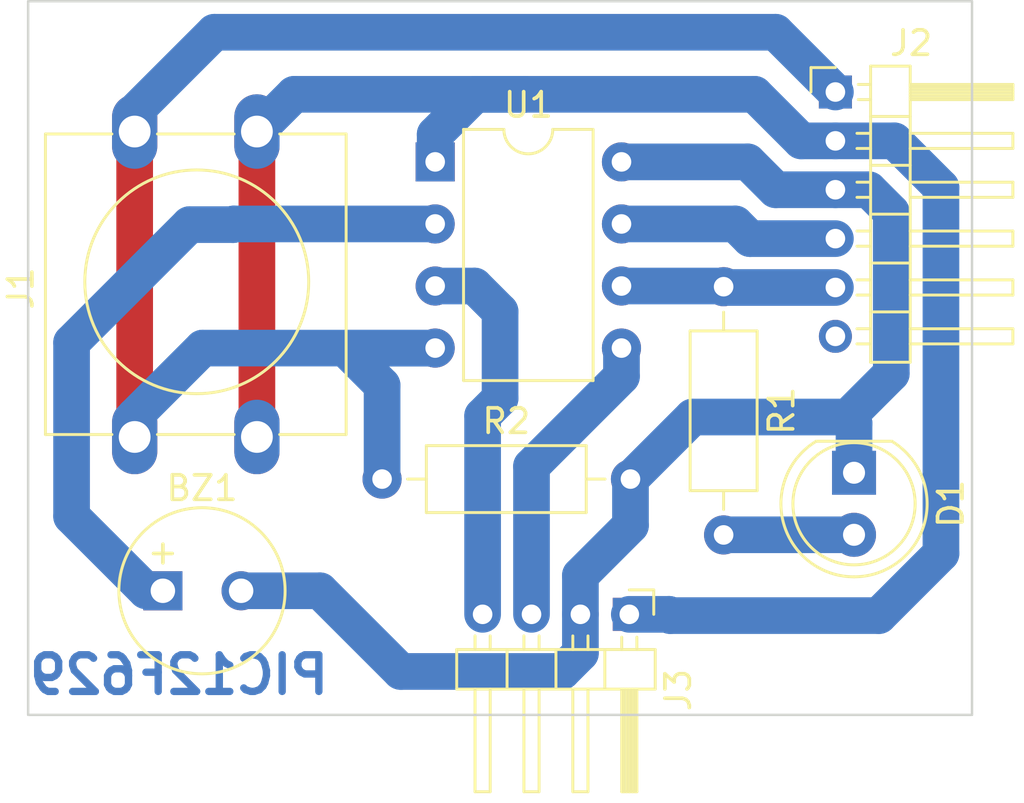
<source format=kicad_pcb>
(kicad_pcb (version 20221018) (generator pcbnew)
  (layers (0 "F.Cu" signal) (31 "B.Cu" signal) (34 "B.Paste" user) (35 "F.Paste" user) (36 "B.SilkS" user "B.Silkscreen") (37 "F.SilkS" user "F.Silkscreen") (38 "B.Mask" user) (39 "F.Mask" user) (44 "Edge.Cuts" user))
  (net 0 "")
  (net 1 "Net-(BZ1--)")
  (net 2 "GND")
  (net 3 "Net-(D1-A)")
  (net 4 "+5V")
  (net 5 "MCLR")
  (net 6 "ICSPDAT")
  (net 7 "ICSPCLK")
  (net 9 "RX")
  (net 10 "TX")
  (footprint "Connector_PinHeader_2.00mm:PinHeader_1x06_P2.00mm_Horizontal" (layer "F.Cu") (at 158.496 66.454)
    (fp_text reference "J2" (at 3.1 -2) (layer "F.SilkS"))
    (fp_text value "pickit")
    (fp_line (start -1 -1) (end 0 -1) (stroke (width 0.12)) (layer "F.SilkS"))
    (fp_line (start -1 0) (end -1 -1) (stroke (width 0.12)) (layer "F.SilkS"))
    (fp_line (start 0.882114 1.69) (end 1.44 1.69) (stroke (width 0.12)) (layer "F.SilkS"))
    (fp_line (start 0.882114 2.31) (end 1.44 2.31) (stroke (width 0.12)) (layer "F.SilkS"))
    (fp_line (start 0.882114 3.69) (end 1.44 3.69) (stroke (width 0.12)) (layer "F.SilkS"))
    (fp_line (start 0.882114 4.31) (end 1.44 4.31) (stroke (width 0.12)) (layer "F.SilkS"))
    (fp_line (start 0.882114 5.69) (end 1.44 5.69) (stroke (width 0.12)) (layer "F.SilkS"))
    (fp_line (start 0.882114 6.31) (end 1.44 6.31) (stroke (width 0.12)) (layer "F.SilkS"))
    (fp_line (start 0.882114 7.69) (end 1.44 7.69) (stroke (width 0.12)) (layer "F.SilkS"))
    (fp_line (start 0.882114 8.31) (end 1.44 8.31) (stroke (width 0.12)) (layer "F.SilkS"))
    (fp_line (start 0.882114 9.69) (end 1.44 9.69) (stroke (width 0.12)) (layer "F.SilkS"))
    (fp_line (start 0.882114 10.31) (end 1.44 10.31) (stroke (width 0.12)) (layer "F.SilkS"))
    (fp_line (start 0.935 -0.31) (end 1.44 -0.31) (stroke (width 0.12)) (layer "F.SilkS"))
    (fp_line (start 0.935 0.31) (end 1.44 0.31) (stroke (width 0.12)) (layer "F.SilkS"))
    (fp_line (start 1.44 -1.06) (end 1.44 11.06) (stroke (width 0.12)) (layer "F.SilkS"))
    (fp_line (start 1.44 1) (end 3.06 1) (stroke (width 0.12)) (layer "F.SilkS"))
    (fp_line (start 1.44 3) (end 3.06 3) (stroke (width 0.12)) (layer "F.SilkS"))
    (fp_line (start 1.44 5) (end 3.06 5) (stroke (width 0.12)) (layer "F.SilkS"))
    (fp_line (start 1.44 7) (end 3.06 7) (stroke (width 0.12)) (layer "F.SilkS"))
    (fp_line (start 1.44 9) (end 3.06 9) (stroke (width 0.12)) (layer "F.SilkS"))
    (fp_line (start 1.44 11.06) (end 3.06 11.06) (stroke (width 0.12)) (layer "F.SilkS"))
    (fp_line (start 3.06 -1.06) (end 1.44 -1.06) (stroke (width 0.12)) (layer "F.SilkS"))
    (fp_line (start 3.06 -0.31) (end 7.26 -0.31) (stroke (width 0.12)) (layer "F.SilkS"))
    (fp_line (start 3.06 -0.25) (end 7.26 -0.25) (stroke (width 0.12)) (layer "F.SilkS"))
    (fp_line (start 3.06 -0.13) (end 7.26 -0.13) (stroke (width 0.12)) (layer "F.SilkS"))
    (fp_line (start 3.06 -0.01) (end 7.26 -0.01) (stroke (width 0.12)) (layer "F.SilkS"))
    (fp_line (start 3.06 0.11) (end 7.26 0.11) (stroke (width 0.12)) (layer "F.SilkS"))
    (fp_line (start 3.06 0.23) (end 7.26 0.23) (stroke (width 0.12)) (layer "F.SilkS"))
    (fp_line (start 3.06 1.69) (end 7.26 1.69) (stroke (width 0.12)) (layer "F.SilkS"))
    (fp_line (start 3.06 3.69) (end 7.26 3.69) (stroke (width 0.12)) (layer "F.SilkS"))
    (fp_line (start 3.06 5.69) (end 7.26 5.69) (stroke (width 0.12)) (layer "F.SilkS"))
    (fp_line (start 3.06 7.69) (end 7.26 7.69) (stroke (width 0.12)) (layer "F.SilkS"))
    (fp_line (start 3.06 9.69) (end 7.26 9.69) (stroke (width 0.12)) (layer "F.SilkS"))
    (fp_line (start 3.06 11.06) (end 3.06 -1.06) (stroke (width 0.12)) (layer "F.SilkS"))
    (fp_line (start 7.26 -0.31) (end 7.26 0.31) (stroke (width 0.12)) (layer "F.SilkS"))
    (fp_line (start 7.26 0.31) (end 3.06 0.31) (stroke (width 0.12)) (layer "F.SilkS"))
    (fp_line (start 7.26 1.69) (end 7.26 2.31) (stroke (width 0.12)) (layer "F.SilkS"))
    (fp_line (start 7.26 2.31) (end 3.06 2.31) (stroke (width 0.12)) (layer "F.SilkS"))
    (fp_line (start 7.26 3.69) (end 7.26 4.31) (stroke (width 0.12)) (layer "F.SilkS"))
    (fp_line (start 7.26 4.31) (end 3.06 4.31) (stroke (width 0.12)) (layer "F.SilkS"))
    (fp_line (start 7.26 5.69) (end 7.26 6.31) (stroke (width 0.12)) (layer "F.SilkS"))
    (fp_line (start 7.26 6.31) (end 3.06 6.31) (stroke (width 0.12)) (layer "F.SilkS"))
    (fp_line (start 7.26 7.69) (end 7.26 8.31) (stroke (width 0.12)) (layer "F.SilkS"))
    (fp_line (start 7.26 8.31) (end 3.06 8.31) (stroke (width 0.12)) (layer "F.SilkS"))
    (fp_line (start 7.26 9.69) (end 7.26 10.31) (stroke (width 0.12)) (layer "F.SilkS"))
    (fp_line (start 7.26 10.31) (end 3.06 10.31) (stroke (width 0.12)) (layer "F.SilkS"))
    (pad "1" thru_hole rect (at 0 0) (size 1.35 1.35) (drill 0.8) (layers "*.Cu" "*.Mask") (net 5 "MCLR"))
    (pad "2" thru_hole oval (at 0 2) (size 1.35 1.35) (drill 0.8) (layers "*.Cu" "*.Mask") (net 4 "+5V"))
    (pad "3" thru_hole oval (at 0 4) (size 1.35 1.35) (drill 0.8) (layers "*.Cu" "*.Mask") (net 2 "GND"))
    (pad "4" thru_hole oval (at 0 6) (size 1.35 1.35) (drill 0.8) (layers "*.Cu" "*.Mask") (net 6 "ICSPDAT"))
    (pad "5" thru_hole oval (at 0 8) (size 1.35 1.35) (drill 0.8) (layers "*.Cu" "*.Mask") (net 7 "ICSPCLK"))
    (pad "6" thru_hole oval (at 0 10) (size 1.35 1.35) (drill 0.8) (layers "*.Cu" "*.Mask"))
  )
  (footprint "Buzzer_Beeper:MagneticBuzzer_Kingstate_KCG0601" (layer "F.Cu") (at 130.988 86.868)
    (fp_text reference "BZ1" (at 1.6 -4.2) (layer "F.SilkS"))
    (fp_text value "Buzzer")
    (fp_text user "+" (at 0 -1.6) (layer "F.SilkS"))
    (fp_circle (center 1.6 0) (end 5 0) (stroke (width 0.12)) (fill none) (layer "F.SilkS"))
    (pad "1" thru_hole rect (at 0 0) (size 1.6 1.6) (drill 1) (layers "*.Cu" "*.Mask") (net 1 "Net-(BZ1--)"))
    (pad "2" thru_hole circle (at 3.2 0) (size 1.6 1.6) (drill 1) (layers "*.Cu" "*.Mask") (net 2 "GND"))
  )
  (footprint "Resistor_THT:R_Axial_DIN0207_L6.3mm_D2.5mm_P10.16mm_Horizontal" (layer "F.Cu") (at 139.954 82.296)
    (fp_text reference "R2" (at 5.08 -2.37) (layer "F.SilkS"))
    (fp_text value "R")
    (fp_line (start 1.04 0) (end 1.81 0) (stroke (width 0.12)) (layer "F.SilkS"))
    (fp_line (start 1.81 -1.37) (end 1.81 1.37) (stroke (width 0.12)) (layer "F.SilkS"))
    (fp_line (start 1.81 1.37) (end 8.35 1.37) (stroke (width 0.12)) (layer "F.SilkS"))
    (fp_line (start 8.35 -1.37) (end 1.81 -1.37) (stroke (width 0.12)) (layer "F.SilkS"))
    (fp_line (start 8.35 1.37) (end 8.35 -1.37) (stroke (width 0.12)) (layer "F.SilkS"))
    (fp_line (start 9.12 0) (end 8.35 0) (stroke (width 0.12)) (layer "F.SilkS"))
    (pad "1" thru_hole circle (at 0 0) (size 1.6 1.6) (drill 0.8) (layers "*.Cu" "*.Mask") (net 5 "MCLR"))
    (pad "2" thru_hole oval (at 10.16 0) (size 1.6 1.6) (drill 0.8) (layers "*.Cu" "*.Mask") (net 2 "GND"))
  )
  (footprint "Package_DIP:DIP-8_W7.62mm" (layer "F.Cu") (at 142.126 69.314)
    (fp_text reference "U1" (at 3.81 -2.33) (layer "F.SilkS"))
    (fp_text value "PIC12F629-ISN")
    (fp_line (start 1.16 -1.33) (end 1.16 8.95) (stroke (width 0.12)) (layer "F.SilkS"))
    (fp_line (start 1.16 8.95) (end 6.46 8.95) (stroke (width 0.12)) (layer "F.SilkS"))
    (fp_line (start 2.81 -1.33) (end 1.16 -1.33) (stroke (width 0.12)) (layer "F.SilkS"))
    (fp_line (start 6.46 -1.33) (end 4.81 -1.33) (stroke (width 0.12)) (layer "F.SilkS"))
    (fp_line (start 6.46 8.95) (end 6.46 -1.33) (stroke (width 0.12)) (layer "F.SilkS"))
    (fp_arc (start 4.81 -1.33) (mid 3.81 -0.33) (end 2.81 -1.33) (stroke (width 0.12)) (layer "F.SilkS"))
    (pad "1" thru_hole rect (at 0 0) (size 1.6 1.6) (drill 0.8) (layers "*.Cu" "*.Mask") (net 4 "+5V"))
    (pad "2" thru_hole oval (at 0 2.54) (size 1.6 1.6) (drill 0.8) (layers "*.Cu" "*.Mask") (net 1 "Net-(BZ1--)"))
    (pad "3" thru_hole oval (at 0 5.08) (size 1.6 1.6) (drill 0.8) (layers "*.Cu" "*.Mask") (net 10 "TX"))
    (pad "4" thru_hole oval (at 0 7.62) (size 1.6 1.6) (drill 0.8) (layers "*.Cu" "*.Mask") (net 5 "MCLR"))
    (pad "5" thru_hole oval (at 7.62 7.62) (size 1.6 1.6) (drill 0.8) (layers "*.Cu" "*.Mask") (net 9 "RX"))
    (pad "6" thru_hole oval (at 7.62 5.08) (size 1.6 1.6) (drill 0.8) (layers "*.Cu" "*.Mask") (net 7 "ICSPCLK"))
    (pad "7" thru_hole oval (at 7.62 2.54) (size 1.6 1.6) (drill 0.8) (layers "*.Cu" "*.Mask") (net 6 "ICSPDAT"))
    (pad "8" thru_hole oval (at 7.62 0) (size 1.6 1.6) (drill 0.8) (layers "*.Cu" "*.Mask") (net 2 "GND"))
  )
  (footprint "Connector_PinHeader_2.00mm:PinHeader_1x04_P2.00mm_Horizontal" (layer "F.Cu") (at 150.066 87.832 -90)
    (fp_text reference "J3" (at 3.1 -2 90) (layer "F.SilkS"))
    (fp_text value "uart")
    (fp_line (start -1 -1) (end 0 -1) (stroke (width 0.12)) (layer "F.SilkS"))
    (fp_line (start -1 0) (end -1 -1) (stroke (width 0.12)) (layer "F.SilkS"))
    (fp_line (start 0.882114 1.69) (end 1.44 1.69) (stroke (width 0.12)) (layer "F.SilkS"))
    (fp_line (start 0.882114 2.31) (end 1.44 2.31) (stroke (width 0.12)) (layer "F.SilkS"))
    (fp_line (start 0.882114 3.69) (end 1.44 3.69) (stroke (width 0.12)) (layer "F.SilkS"))
    (fp_line (start 0.882114 4.31) (end 1.44 4.31) (stroke (width 0.12)) (layer "F.SilkS"))
    (fp_line (start 0.882114 5.69) (end 1.44 5.69) (stroke (width 0.12)) (layer "F.SilkS"))
    (fp_line (start 0.882114 6.31) (end 1.44 6.31) (stroke (width 0.12)) (layer "F.SilkS"))
    (fp_line (start 0.935 -0.31) (end 1.44 -0.31) (stroke (width 0.12)) (layer "F.SilkS"))
    (fp_line (start 0.935 0.31) (end 1.44 0.31) (stroke (width 0.12)) (layer "F.SilkS"))
    (fp_line (start 1.44 -1.06) (end 1.44 7.06) (stroke (width 0.12)) (layer "F.SilkS"))
    (fp_line (start 1.44 1) (end 3.06 1) (stroke (width 0.12)) (layer "F.SilkS"))
    (fp_line (start 1.44 3) (end 3.06 3) (stroke (width 0.12)) (layer "F.SilkS"))
    (fp_line (start 1.44 5) (end 3.06 5) (stroke (width 0.12)) (layer "F.SilkS"))
    (fp_line (start 1.44 7.06) (end 3.06 7.06) (stroke (width 0.12)) (layer "F.SilkS"))
    (fp_line (start 3.06 -1.06) (end 1.44 -1.06) (stroke (width 0.12)) (layer "F.SilkS"))
    (fp_line (start 3.06 -0.31) (end 7.26 -0.31) (stroke (width 0.12)) (layer "F.SilkS"))
    (fp_line (start 3.06 -0.25) (end 7.26 -0.25) (stroke (width 0.12)) (layer "F.SilkS"))
    (fp_line (start 3.06 -0.13) (end 7.26 -0.13) (stroke (width 0.12)) (layer "F.SilkS"))
    (fp_line (start 3.06 -0.01) (end 7.26 -0.01) (stroke (width 0.12)) (layer "F.SilkS"))
    (fp_line (start 3.06 0.11) (end 7.26 0.11) (stroke (width 0.12)) (layer "F.SilkS"))
    (fp_line (start 3.06 0.23) (end 7.26 0.23) (stroke (width 0.12)) (layer "F.SilkS"))
    (fp_line (start 3.06 1.69) (end 7.26 1.69) (stroke (width 0.12)) (layer "F.SilkS"))
    (fp_line (start 3.06 3.69) (end 7.26 3.69) (stroke (width 0.12)) (layer "F.SilkS"))
    (fp_line (start 3.06 5.69) (end 7.26 5.69) (stroke (width 0.12)) (layer "F.SilkS"))
    (fp_line (start 3.06 7.06) (end 3.06 -1.06) (stroke (width 0.12)) (layer "F.SilkS"))
    (fp_line (start 7.26 -0.31) (end 7.26 0.31) (stroke (width 0.12)) (layer "F.SilkS"))
    (fp_line (start 7.26 0.31) (end 3.06 0.31) (stroke (width 0.12)) (layer "F.SilkS"))
    (fp_line (start 7.26 1.69) (end 7.26 2.31) (stroke (width 0.12)) (layer "F.SilkS"))
    (fp_line (start 7.26 2.31) (end 3.06 2.31) (stroke (width 0.12)) (layer "F.SilkS"))
    (fp_line (start 7.26 3.69) (end 7.26 4.31) (stroke (width 0.12)) (layer "F.SilkS"))
    (fp_line (start 7.26 4.31) (end 3.06 4.31) (stroke (width 0.12)) (layer "F.SilkS"))
    (fp_line (start 7.26 5.69) (end 7.26 6.31) (stroke (width 0.12)) (layer "F.SilkS"))
    (fp_line (start 7.26 6.31) (end 3.06 6.31) (stroke (width 0.12)) (layer "F.SilkS"))
    (pad "1" thru_hole rect (at 0 0 270) (size 1.35 1.35) (drill 0.8) (layers "*.Cu" "*.Mask") (net 4 "+5V"))
    (pad "2" thru_hole oval (at 0 2 270) (size 1.35 1.35) (drill 0.8) (layers "*.Cu" "*.Mask") (net 2 "GND"))
    (pad "3" thru_hole oval (at 0 4 270) (size 1.35 1.35) (drill 0.8) (layers "*.Cu" "*.Mask") (net 9 "RX"))
    (pad "4" thru_hole oval (at 0 6 270) (size 1.35 1.35) (drill 0.8) (layers "*.Cu" "*.Mask") (net 10 "TX"))
  )
  (footprint "LED_THT:LED_D5.0mm" (layer "F.Cu") (at 159.258 82.037 -90)
    (fp_text reference "D1" (at 1.27 -3.96 90) (layer "F.SilkS"))
    (fp_text value "LED")
    (fp_line (start -1.29 -1.545) (end -1.29 1.545) (stroke (width 0.12)) (layer "F.SilkS"))
    (fp_arc (start -1.29 -1.54483) (mid 2.072002 -2.880433) (end 4.26 0.000462) (stroke (width 0.12)) (layer "F.SilkS"))
    (fp_arc (start 4.26 -0.000462) (mid 2.072002 2.880433) (end -1.29 1.54483) (stroke (width 0.12)) (layer "F.SilkS"))
    (fp_circle (center 1.27 0) (end 3.77 0) (stroke (width 0.12)) (fill none) (layer "F.SilkS"))
    (pad "1" thru_hole rect (at 0 0 270) (size 1.8 1.8) (drill 0.9) (layers "*.Cu" "*.Mask") (net 2 "GND"))
    (pad "2" thru_hole circle (at 2.54 0 270) (size 1.8 1.8) (drill 0.9) (layers "*.Cu" "*.Mask") (net 3 "Net-(D1-A)"))
  )
  (footprint "Resistor_THT:R_Axial_DIN0207_L6.3mm_D2.5mm_P10.16mm_Horizontal" (layer "F.Cu") (at 153.924 74.422 -90)
    (fp_text reference "R1" (at 5.08 -2.37 90) (layer "F.SilkS"))
    (fp_text value "R")
    (fp_line (start 1.04 0) (end 1.81 0) (stroke (width 0.12)) (layer "F.SilkS"))
    (fp_line (start 1.81 -1.37) (end 1.81 1.37) (stroke (width 0.12)) (layer "F.SilkS"))
    (fp_line (start 1.81 1.37) (end 8.35 1.37) (stroke (width 0.12)) (layer "F.SilkS"))
    (fp_line (start 8.35 -1.37) (end 1.81 -1.37) (stroke (width 0.12)) (layer "F.SilkS"))
    (fp_line (start 8.35 1.37) (end 8.35 -1.37) (stroke (width 0.12)) (layer "F.SilkS"))
    (fp_line (start 9.12 0) (end 8.35 0) (stroke (width 0.12)) (layer "F.SilkS"))
    (pad "1" thru_hole circle (at 0 0 270) (size 1.6 1.6) (drill 0.8) (layers "*.Cu" "*.Mask") (net 7 "ICSPCLK"))
    (pad "2" thru_hole oval (at 10.16 0 270) (size 1.6 1.6) (drill 0.8) (layers "*.Cu" "*.Mask") (net 3 "Net-(D1-A)"))
  )
  (footprint "Button_Switch_THT:SW_PUSH-12mm" (layer "F.Cu") (at 129.834 80.572 90)
    (fp_text reference "J1" (at 6.08 -4.66 90) (layer "F.SilkS"))
    (fp_text value "Conn_02x01")
    (fp_line (start 0.1 -3.65) (end 12.4 -3.65) (stroke (width 0.12)) (layer "F.SilkS"))
    (fp_line (start 0.1 -0.93) (end 0.1 -3.65) (stroke (width 0.12)) (layer "F.SilkS"))
    (fp_line (start 0.1 4.07) (end 0.1 0.93) (stroke (width 0.12)) (layer "F.SilkS"))
    (fp_line (start 0.1 8.65) (end 0.1 5.93) (stroke (width 0.12)) (layer "F.SilkS"))
    (fp_line (start 12.4 -3.65) (end 12.4 -0.93) (stroke (width 0.12)) (layer "F.SilkS"))
    (fp_line (start 12.4 0.93) (end 12.4 4.07) (stroke (width 0.12)) (layer "F.SilkS"))
    (fp_line (start 12.4 5.93) (end 12.4 8.65) (stroke (width 0.12)) (layer "F.SilkS"))
    (fp_line (start 12.4 8.65) (end 0.1 8.65) (stroke (width 0.12)) (layer "F.SilkS"))
    (fp_circle (center 6.35 2.54) (end 10.16 5.08) (stroke (width 0.12)) (fill none) (layer "F.SilkS"))
    (pad "1" thru_hole oval (at 0 0 90) (size 3.048 1.85) (drill 1.3) (layers "*.Cu" "*.Mask") (net 5 "MCLR"))
    (pad "1" thru_hole oval (at 12.5 0 90) (size 3.048 1.85) (drill 1.3) (layers "*.Cu" "*.Mask") (net 5 "MCLR"))
    (pad "2" thru_hole oval (at 0 5 90) (size 3.048 1.85) (drill 1.3) (layers "*.Cu" "*.Mask") (net 4 "+5V"))
    (pad "2" thru_hole oval (at 12.5 5 90) (size 3.048 1.85) (drill 1.3) (layers "*.Cu" "*.Mask") (net 4 "+5V"))
  )
  (gr_rect (start 125.476 62.738) (end 164.084 91.948) (stroke (width 0.1)) (fill none) (layer "Edge.Cuts"))
  (gr_text "PIC12F629" (at 137.922 91.186) (layer "B.Cu") (effects (font (size 1.5 1.5) (thickness 0.3) bold) (justify left bottom mirror)))
  (segment (start 130.988 86.868) (end 130.302 86.868) (width 1.5) (layer "B.Cu") (net 1))
  (segment (start 127.254 83.82) (end 127.254 76.708) (width 1.5) (layer "B.Cu") (net 1))
  (segment (start 130.302 86.868) (end 127.254 83.82) (width 1.5) (layer "B.Cu") (net 1))
  (segment (start 142.126 71.854) (end 133.886 71.854) (width 1.5) (layer "B.Cu") (net 1))
  (segment (start 127.254 76.708) (end 132.08 71.882) (width 1.5) (layer "B.Cu") (net 1))
  (segment (start 132.08 71.882) (end 133.858 71.882) (width 1.5) (layer "B.Cu") (net 1))
  (segment (start 133.886 71.854) (end 133.858 71.882) (width 1.5) (layer "B.Cu") (net 1))
  (segment (start 134.188 86.868) (end 137.414 86.868) (width 1.5) (layer "B.Cu") (net 2))
  (segment (start 159.258 80.01) (end 159.004 79.756) (width 1.5) (layer "B.Cu") (net 2))
  (segment (start 140.716 90.17) (end 147.32 90.17) (width 1.5) (layer "B.Cu") (net 2))
  (segment (start 160.782 71.374) (end 159.862 70.454) (width 1.5) (layer "B.Cu") (net 2))
  (segment (start 148.066 87.832) (end 148.066 86.240164) (width 1.5) (layer "B.Cu") (net 2))
  (segment (start 137.414 86.868) (end 140.716 90.17) (width 1.5) (layer "B.Cu") (net 2))
  (segment (start 148.066 86.240164) (end 150.114 84.192164) (width 1.5) (layer "B.Cu") (net 2))
  (segment (start 147.32 90.17) (end 148.066 89.424) (width 1.5) (layer "B.Cu") (net 2))
  (segment (start 150.114 82.296) (end 152.654 79.756) (width 1.5) (layer "B.Cu") (net 2))
  (segment (start 152.654 79.756) (end 159.004 79.756) (width 1.5) (layer "B.Cu") (net 2))
  (segment (start 150.114 84.192164) (end 150.114 82.296) (width 1.5) (layer "B.Cu") (net 2))
  (segment (start 159.862 70.454) (end 158.496 70.454) (width 1.5) (layer "B.Cu") (net 2))
  (segment (start 154.912 69.314) (end 149.746 69.314) (width 1.5) (layer "B.Cu") (net 2))
  (segment (start 159.258 82.037) (end 159.258 80.01) (width 1.5) (layer "B.Cu") (net 2))
  (segment (start 159.004 79.756) (end 160.782 77.978) (width 1.5) (layer "B.Cu") (net 2))
  (segment (start 156.052 70.454) (end 154.912 69.314) (width 1.5) (layer "B.Cu") (net 2))
  (segment (start 160.782 77.978) (end 160.782 71.374) (width 1.5) (layer "B.Cu") (net 2))
  (segment (start 148.066 89.424) (end 148.066 87.832) (width 1.5) (layer "B.Cu") (net 2))
  (segment (start 158.496 70.454) (end 156.052 70.454) (width 1.5) (layer "B.Cu") (net 2))
  (segment (start 159.258 84.577) (end 153.929 84.577) (width 1.5) (layer "B.Cu") (net 3))
  (segment (start 153.929 84.577) (end 153.924 84.582) (width 1.5) (layer "B.Cu") (net 3))
  (segment (start 134.834 80.572) (end 134.834 68.072) (width 1.5) (layer "F.Cu") (net 4))
  (segment (start 151.742 87.884) (end 160.274 87.884) (width 1.5) (layer "B.Cu") (net 4))
  (segment (start 143.764 66.548) (end 142.126 68.186) (width 1.5) (layer "B.Cu") (net 4))
  (segment (start 145.796 66.548) (end 143.764 66.548) (width 1.5) (layer "B.Cu") (net 4))
  (segment (start 136.358 66.548) (end 134.834 68.072) (width 1.5) (layer "B.Cu") (net 4))
  (segment (start 142.126 68.186) (end 142.126 69.314) (width 1.5) (layer "B.Cu") (net 4))
  (segment (start 162.814 85.344) (end 162.814 70.358) (width 1.5) (layer "B.Cu") (net 4))
  (segment (start 151.69 87.832) (end 151.742 87.884) (width 1.5) (layer "B.Cu") (net 4))
  (segment (start 162.814 70.358) (end 160.91 68.454) (width 1.5) (layer "B.Cu") (net 4))
  (segment (start 160.274 87.884) (end 162.814 85.344) (width 1.5) (layer "B.Cu") (net 4))
  (segment (start 158.496 68.454) (end 157.1 68.454) (width 1.5) (layer "B.Cu") (net 4))
  (segment (start 160.91 68.454) (end 158.496 68.454) (width 1.5) (layer "B.Cu") (net 4))
  (segment (start 155.194 66.548) (end 145.796 66.548) (width 1.5) (layer "B.Cu") (net 4))
  (segment (start 150.066 87.832) (end 151.69 87.832) (width 1.5) (layer "B.Cu") (net 4))
  (segment (start 145.796 66.548) (end 136.358 66.548) (width 1.5) (layer "B.Cu") (net 4))
  (segment (start 157.1 68.454) (end 155.194 66.548) (width 1.5) (layer "B.Cu") (net 4))
  (segment (start 129.834 68.072) (end 129.834 80.572) (width 1.5) (layer "F.Cu") (net 5))
  (segment (start 156.05 64.008) (end 158.496 66.454) (width 1.5) (layer "B.Cu") (net 5))
  (segment (start 129.834 80.572) (end 129.834 79.716) (width 1.5) (layer "B.Cu") (net 5))
  (segment (start 142.126 76.934) (end 138.43 76.934) (width 1.5) (layer "B.Cu") (net 5))
  (segment (start 139.954 78.458) (end 138.43 76.934) (width 1.5) (layer "B.Cu") (net 5))
  (segment (start 129.834 79.716) (end 132.616 76.934) (width 1.5) (layer "B.Cu") (net 5))
  (segment (start 129.834 67.27) (end 133.096 64.008) (width 1.5) (layer "B.Cu") (net 5))
  (segment (start 132.616 76.934) (end 142.126 76.934) (width 1.5) (layer "B.Cu") (net 5))
  (segment (start 139.954 82.296) (end 139.954 78.458) (width 1.5) (layer "B.Cu") (net 5))
  (segment (start 129.834 67.27) (end 129.834 68.072) (width 1.5) (layer "B.Cu") (net 5))
  (segment (start 133.096 64.008) (end 156.05 64.008) (width 1.5) (layer "B.Cu") (net 5))
  (segment (start 154.404 71.854) (end 149.746 71.854) (width 1.5) (layer "B.Cu") (net 6))
  (segment (start 155.004 72.454) (end 154.404 71.854) (width 1.5) (layer "B.Cu") (net 6))
  (segment (start 158.496 72.454) (end 155.004 72.454) (width 1.5) (layer "B.Cu") (net 6))
  (segment (start 149.746 74.394) (end 153.896 74.394) (width 1.5) (layer "B.Cu") (net 7))
  (segment (start 158.496 74.454) (end 153.956 74.454) (width 1.5) (layer "B.Cu") (net 7))
  (segment (start 153.896 74.394) (end 153.924 74.422) (width 1.5) (layer "B.Cu") (net 7))
  (segment (start 153.956 74.454) (end 153.924 74.422) (width 1.5) (layer "B.Cu") (net 7))
  (segment (start 146.066 81.772) (end 149.746 78.092) (width 1.5) (layer "B.Cu") (net 9))
  (segment (start 149.746 78.092) (end 149.746 76.934) (width 1.5) (layer "B.Cu") (net 9))
  (segment (start 146.066 87.832) (end 146.066 81.772) (width 1.5) (layer "B.Cu") (net 9))
  (segment (start 143.736 74.394) (end 142.126 74.394) (width 1.5) (layer "B.Cu") (net 10))
  (segment (start 144.066 87.832) (end 144.066 79.708) (width 1.5) (layer "B.Cu") (net 10))
  (segment (start 144.78 78.994) (end 144.78 75.438) (width 1.5) (layer "B.Cu") (net 10))
  (segment (start 144.78 75.438) (end 143.736 74.394) (width 1.5) (layer "B.Cu") (net 10))
  (segment (start 144.066 79.708) (end 144.78 78.994) (width 1.5) (layer "B.Cu") (net 10))
)
</source>
